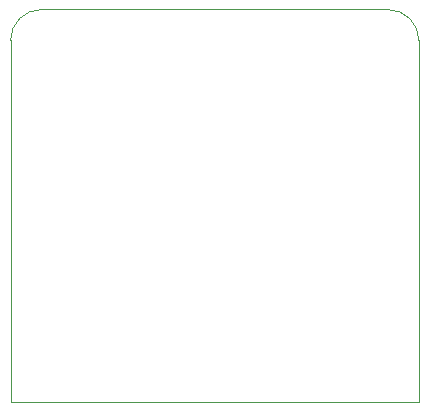
<source format=gbr>
G04 #@! TF.GenerationSoftware,KiCad,Pcbnew,(5.1.4)-1*
G04 #@! TF.CreationDate,2019-12-12T19:52:36+09:00*
G04 #@! TF.ProjectId,microcar_head,6d696372-6f63-4617-925f-686561642e6b,rev?*
G04 #@! TF.SameCoordinates,Original*
G04 #@! TF.FileFunction,Profile,NP*
%FSLAX46Y46*%
G04 Gerber Fmt 4.6, Leading zero omitted, Abs format (unit mm)*
G04 Created by KiCad (PCBNEW (5.1.4)-1) date 2019-12-12 19:52:36*
%MOMM*%
%LPD*%
G04 APERTURE LIST*
%ADD10C,0.050000*%
G04 APERTURE END LIST*
D10*
X18974000Y-23495000D02*
X18974000Y-54102000D01*
X18974000Y-23495000D02*
G75*
G02X21590000Y-20879000I2616000J0D01*
G01*
X50927000Y-20879000D02*
G75*
G02X53543000Y-23495000I0J-2616000D01*
G01*
X21590000Y-20879000D02*
X50927000Y-20879000D01*
X53543000Y-23495000D02*
X53543000Y-54102000D01*
X18974000Y-54102000D02*
X53543000Y-54102000D01*
M02*

</source>
